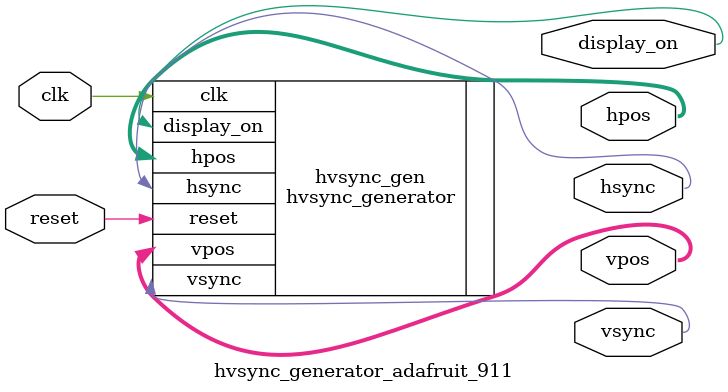
<source format=v>
`ifndef _8BIT_HVSYNC_GENERATOR_ADAFRUIT
`define _8BIT_HVSYNC_GENERATOR_ADAFRUIT

`include "8bit/hvsync_generator.v"

module hvsync_generator_adafruit_911(clk, reset, hsync, vsync, display_on, 
                                     hpos, vpos);
   input clk;
   input reset;
   output hsync, vsync;  // hsync and vsync outptus
   output display_on;    // current pixel is in a displayable area
   output [8:0] hpos;
   output [8:0] vpos;

   hvsync_generator #(256, 60, 40, 25,  // h display, back, front, sync
                      240, 18, 14, 4)    // v display, top, bottom, sync
         hvsync_gen (.clk(clk),
		     .reset(reset),
		     .hsync(hsync),
		     .vsync(vsync),
		     .display_on(display_on),
		     .hpos(hpos),
		     .vpos(vpos)
		     );
endmodule

`endif // _8BIT_HVSYNC_GENERATOR_ADAFRUIT

</source>
